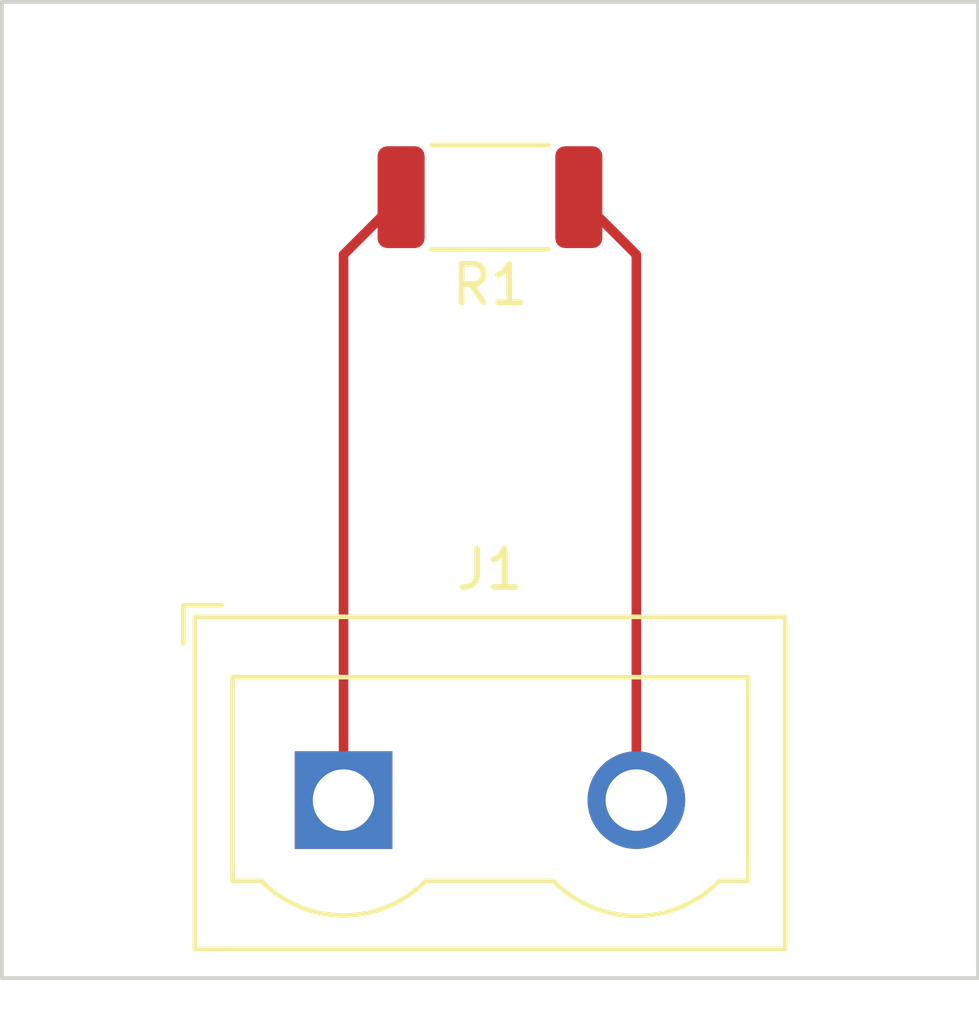
<source format=kicad_pcb>
(kicad_pcb (version 20211014) (generator pcbnew)
  (layers (0 "F.Cu" signal) (31 "B.Cu" signal) (34 "B.Paste" user) (35 "F.Paste" user) (36 "B.SilkS" user "B.Silkscreen") (37 "F.SilkS" user "F.Silkscreen") (38 "B.Mask" user) (39 "F.Mask" user) (44 "Edge.Cuts" user))
  (net 0 "")
  (net 1 "Net-(J1-Pad1)")
  (net 2 "Net-(J1-Pad2)")
  (footprint "TerminalBlock:TerminalBlock_Wuerth_691311400102_P7.62mm" (layer "F.Cu") (at 135.89 96.97)
    (fp_text reference "J1" (at 3.81 -6) (layer "F.SilkS"))
    (fp_text value "Screw_Terminal_01x02")
    (fp_line (start -2.89 -3.2) (end -2.89 2.1) (layer "F.SilkS") (width 0.12))
    (fp_line (start -4.17 -5.07) (end -4.17 -4.07) (layer "F.SilkS") (width 0.12))
    (fp_line (start -3.86 -4.77) (end 11.49 -4.77) (layer "F.SilkS") (width 0.12))
    (fp_line (start 9.78 2.1) (end 10.53 2.1) (layer "F.SilkS") (width 0.12))
    (fp_line (start 2.14 2.1) (end 5.46 2.1) (layer "F.SilkS") (width 0.12))
    (fp_line (start 10.53 -3.2) (end -2.89 -3.2) (layer "F.SilkS") (width 0.12))
    (fp_line (start -2.89 2.1) (end -2.14 2.1) (layer "F.SilkS") (width 0.12))
    (fp_line (start 10.53 2.1) (end 10.53 -3.2) (layer "F.SilkS") (width 0.12))
    (fp_line (start -3.87 3.87) (end -3.87 -4.77) (layer "F.SilkS") (width 0.12))
    (fp_line (start 11.49 -4.77) (end 11.49 3.87) (layer "F.SilkS") (width 0.12))
    (fp_line (start -4.17 -5.07) (end -3.17 -5.07) (layer "F.SilkS") (width 0.12))
    (fp_line (start 11.49 3.87) (end -3.87 3.87) (layer "F.SilkS") (width 0.12))
    (fp_arc (start 2.140696 2.099291) (mid 0.000497 2.998266) (end -2.14 2.1) (layer "F.SilkS") (width 0.12))
    (fp_arc (start 9.779492 2.100522) (mid 7.619636 3.012573) (end 5.46 2.1) (layer "F.SilkS") (width 0.12))
    (pad "1" thru_hole rect (at 0 0) (size 2.54 2.54) (drill 1.6) (layers *.Cu *.Mask) (net 1 "Net-(J1-Pad1)"))
    (pad "2" thru_hole circle (at 7.62 0) (size 2.54 2.54) (drill 1.6) (layers *.Cu *.Mask) (net 2 "Net-(J1-Pad2)"))
  )
  (footprint "Resistor_SMD:R_2010_5025Metric" (layer "F.Cu") (at 139.7 81.28 180)
    (fp_text reference "R1" (at 0 -2.28) (layer "F.SilkS"))
    (fp_text value "180k")
    (fp_line (start -1.527064 -1.36) (end 1.527064 -1.36) (layer "F.SilkS") (width 0.12))
    (fp_line (start -1.527064 1.36) (end 1.527064 1.36) (layer "F.SilkS") (width 0.12))
    (pad "1" smd roundrect (at -2.3125 0 180) (size 1.225 2.65) (layers "F.Cu" "F.Paste" "F.Mask") (roundrect_rratio 0.204082) (net 2 "Net-(J1-Pad2)"))
    (pad "2" smd roundrect (at 2.3125 0 180) (size 1.225 2.65) (layers "F.Cu" "F.Paste" "F.Mask") (roundrect_rratio 0.204082) (net 1 "Net-(J1-Pad1)"))
  )
  (gr_line (start 127 101.6) (end 152.4 101.6) (layer "Edge.Cuts") (width 0.1))
  (gr_line (start 127 76.2) (end 127 101.6) (layer "Edge.Cuts") (width 0.1))
  (gr_line (start 152.4 101.6) (end 152.4 76.2) (layer "Edge.Cuts") (width 0.1))
  (gr_line (start 152.4 76.2) (end 127 76.2) (layer "Edge.Cuts") (width 0.1))
  (segment (start 135.89 82.7775) (end 137.3875 81.28) (width 0.25) (layer "F.Cu") (net 1))
  (segment (start 135.89 96.97) (end 135.89 82.7775) (width 0.25) (layer "F.Cu") (net 1))
  (segment (start 143.51 82.7775) (end 143.51 96.97) (width 0.25) (layer "F.Cu") (net 2))
  (segment (start 142.0125 81.28) (end 143.51 82.7775) (width 0.25) (layer "F.Cu") (net 2))
)
</source>
